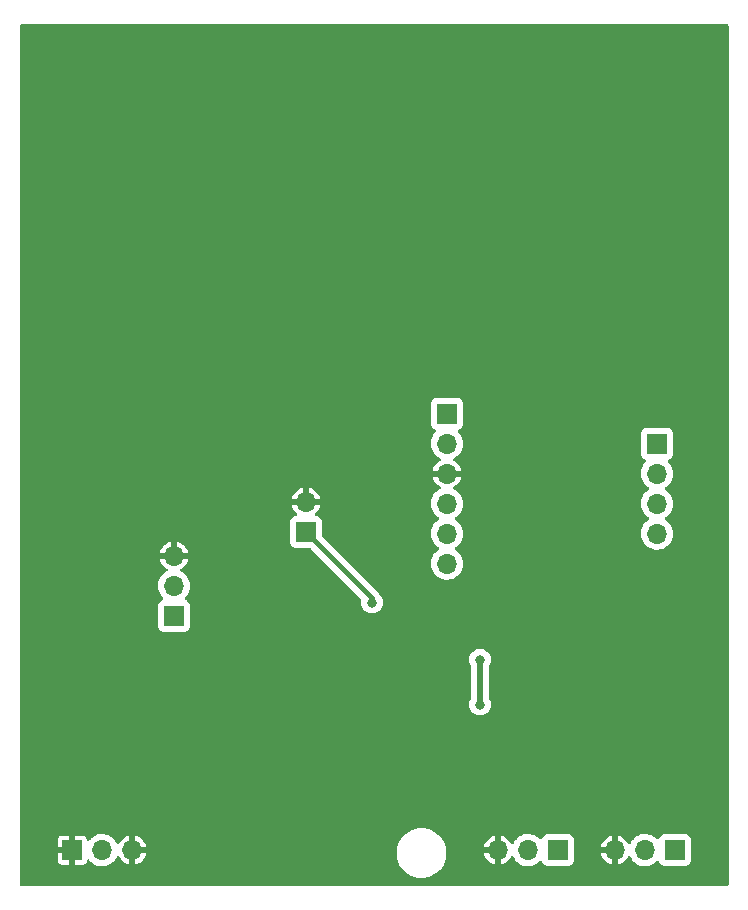
<source format=gbr>
%TF.GenerationSoftware,KiCad,Pcbnew,6.0.7-f9a2dced07~116~ubuntu22.04.1*%
%TF.CreationDate,2022-09-10T20:20:37-04:00*%
%TF.ProjectId,gimbal,67696d62-616c-42e6-9b69-6361645f7063,rev?*%
%TF.SameCoordinates,Original*%
%TF.FileFunction,Copper,L2,Bot*%
%TF.FilePolarity,Positive*%
%FSLAX46Y46*%
G04 Gerber Fmt 4.6, Leading zero omitted, Abs format (unit mm)*
G04 Created by KiCad (PCBNEW 6.0.7-f9a2dced07~116~ubuntu22.04.1) date 2022-09-10 20:20:37*
%MOMM*%
%LPD*%
G01*
G04 APERTURE LIST*
%TA.AperFunction,ComponentPad*%
%ADD10R,1.700000X1.700000*%
%TD*%
%TA.AperFunction,ComponentPad*%
%ADD11O,1.700000X1.700000*%
%TD*%
%TA.AperFunction,ViaPad*%
%ADD12C,0.800000*%
%TD*%
%TA.AperFunction,Conductor*%
%ADD13C,0.508000*%
%TD*%
%TA.AperFunction,Conductor*%
%ADD14C,0.381000*%
%TD*%
G04 APERTURE END LIST*
D10*
%TO.P,J4,1,Pin_1*%
%TO.N,/Servo_X*%
X163703000Y-121920000D03*
D11*
%TO.P,J4,2,Pin_2*%
%TO.N,VCC*%
X161163000Y-121920000D03*
%TO.P,J4,3,Pin_3*%
%TO.N,GND*%
X158623000Y-121920000D03*
%TD*%
%TO.P,J2,3,Pin_3*%
%TO.N,GND*%
X131191000Y-97013000D03*
%TO.P,J2,2,Pin_2*%
%TO.N,+3V3*%
X131191000Y-99553000D03*
D10*
%TO.P,J2,1,Pin_1*%
%TO.N,/UPDI*%
X131191000Y-102093000D03*
%TD*%
D11*
%TO.P,J7,4,Pin_4*%
%TO.N,unconnected-(J7-Pad4)*%
X172085000Y-95123000D03*
%TO.P,J7,3,Pin_3*%
%TO.N,unconnected-(J7-Pad3)*%
X172085000Y-92583000D03*
%TO.P,J7,2,Pin_2*%
%TO.N,unconnected-(J7-Pad2)*%
X172085000Y-90043000D03*
D10*
%TO.P,J7,1,Pin_1*%
%TO.N,unconnected-(J7-Pad1)*%
X172085000Y-87503000D03*
%TD*%
%TO.P,J6,1,Pin_1*%
%TO.N,/Servo_Y*%
X173609000Y-121920000D03*
D11*
%TO.P,J6,2,Pin_2*%
%TO.N,VCC*%
X171069000Y-121920000D03*
%TO.P,J6,3,Pin_3*%
%TO.N,GND*%
X168529000Y-121920000D03*
%TD*%
D10*
%TO.P,J5,1,Pin_1*%
%TO.N,/TX*%
X142367000Y-94996000D03*
D11*
%TO.P,J5,2,Pin_2*%
%TO.N,GND*%
X142367000Y-92456000D03*
%TD*%
%TO.P,J3,6,Pin_6*%
%TO.N,unconnected-(J3-Pad6)*%
X154305000Y-97663000D03*
%TO.P,J3,5,Pin_5*%
%TO.N,/SCL*%
X154305000Y-95123000D03*
%TO.P,J3,4,Pin_4*%
%TO.N,/SDA*%
X154305000Y-92583000D03*
%TO.P,J3,3,Pin_3*%
%TO.N,GND*%
X154305000Y-90043000D03*
%TO.P,J3,2,Pin_2*%
%TO.N,unconnected-(J3-Pad2)*%
X154305000Y-87503000D03*
D10*
%TO.P,J3,1,Pin_1*%
%TO.N,+3V3*%
X154305000Y-84963000D03*
%TD*%
%TO.P,J1,1,Pin_1*%
%TO.N,GND*%
X122570000Y-121920000D03*
D11*
%TO.P,J1,2,Pin_2*%
%TO.N,Net-(J1-Pad2)*%
X125110000Y-121920000D03*
%TO.P,J1,3,Pin_3*%
%TO.N,GND*%
X127650000Y-121920000D03*
%TD*%
D12*
%TO.N,GND*%
X129526000Y-115744000D03*
X145161000Y-109728000D03*
X135890000Y-109601000D03*
%TO.N,+3V3*%
X157099000Y-109601000D03*
X157099000Y-105791000D03*
%TO.N,/TX*%
X147955000Y-100965000D03*
%TD*%
D13*
%TO.N,+3V3*%
X157099000Y-105791000D02*
X157099000Y-109601000D01*
D14*
%TO.N,/TX*%
X147955000Y-100965000D02*
X147955000Y-100584000D01*
X147955000Y-100584000D02*
X142367000Y-94996000D01*
%TD*%
%TA.AperFunction,Conductor*%
%TO.N,GND*%
G36*
X178083621Y-52004502D02*
G01*
X178130114Y-52058158D01*
X178141500Y-52110500D01*
X178141500Y-124841500D01*
X178121498Y-124909621D01*
X178067842Y-124956114D01*
X178015500Y-124967500D01*
X118284500Y-124967500D01*
X118216379Y-124947498D01*
X118169886Y-124893842D01*
X118158500Y-124841500D01*
X118158500Y-122801504D01*
X121339000Y-122801504D01*
X121339670Y-122810664D01*
X121348598Y-122871313D01*
X121354339Y-122889787D01*
X121401335Y-122985507D01*
X121413295Y-123002212D01*
X121488322Y-123077109D01*
X121505050Y-123089041D01*
X121600860Y-123135873D01*
X121619328Y-123141581D01*
X121679364Y-123150340D01*
X121688463Y-123151000D01*
X122297885Y-123151000D01*
X122313124Y-123146525D01*
X122314329Y-123145135D01*
X122316000Y-123137452D01*
X122316000Y-123132885D01*
X122824000Y-123132885D01*
X122828475Y-123148124D01*
X122829865Y-123149329D01*
X122837548Y-123151000D01*
X123451504Y-123151000D01*
X123460664Y-123150330D01*
X123521313Y-123141402D01*
X123539787Y-123135661D01*
X123635507Y-123088665D01*
X123652212Y-123076705D01*
X123727109Y-123001678D01*
X123739041Y-122984950D01*
X123785873Y-122889140D01*
X123791581Y-122870672D01*
X123801000Y-122806110D01*
X123802200Y-122806285D01*
X123825160Y-122744912D01*
X123882037Y-122702421D01*
X123952858Y-122697426D01*
X124015137Y-122731512D01*
X124021191Y-122738023D01*
X124152654Y-122889787D01*
X124156250Y-122893938D01*
X124328126Y-123036632D01*
X124521000Y-123149338D01*
X124525825Y-123151180D01*
X124525826Y-123151181D01*
X124540538Y-123156799D01*
X124729692Y-123229030D01*
X124734760Y-123230061D01*
X124734763Y-123230062D01*
X124842017Y-123251883D01*
X124948597Y-123273567D01*
X124953772Y-123273757D01*
X124953774Y-123273757D01*
X125166673Y-123281564D01*
X125166677Y-123281564D01*
X125171837Y-123281753D01*
X125176957Y-123281097D01*
X125176959Y-123281097D01*
X125388288Y-123254025D01*
X125388289Y-123254025D01*
X125393416Y-123253368D01*
X125398366Y-123251883D01*
X125602429Y-123190661D01*
X125602434Y-123190659D01*
X125607384Y-123189174D01*
X125807994Y-123090896D01*
X125989860Y-122961173D01*
X126148096Y-122803489D01*
X126199817Y-122731512D01*
X126275435Y-122626277D01*
X126278453Y-122622077D01*
X126280746Y-122617438D01*
X126337482Y-122502641D01*
X126385596Y-122450434D01*
X126454297Y-122432527D01*
X126521773Y-122454605D01*
X126564634Y-122505218D01*
X126577528Y-122532870D01*
X126583006Y-122542356D01*
X126700238Y-122709782D01*
X126707292Y-122718189D01*
X126851811Y-122862708D01*
X126860218Y-122869762D01*
X127027644Y-122986994D01*
X127037130Y-122992472D01*
X127222383Y-123078857D01*
X127232675Y-123082603D01*
X127378503Y-123121678D01*
X127392599Y-123121342D01*
X127396000Y-123113400D01*
X127396000Y-123108251D01*
X127904000Y-123108251D01*
X127907973Y-123121782D01*
X127916522Y-123123011D01*
X128067325Y-123082603D01*
X128077617Y-123078857D01*
X128262870Y-122992472D01*
X128272356Y-122986994D01*
X128439782Y-122869762D01*
X128448189Y-122862708D01*
X128592708Y-122718189D01*
X128599762Y-122709782D01*
X128716994Y-122542356D01*
X128722472Y-122532870D01*
X128808857Y-122347617D01*
X128812603Y-122337325D01*
X128820808Y-122306703D01*
X150036743Y-122306703D01*
X150074268Y-122591734D01*
X150150129Y-122869036D01*
X150151813Y-122872984D01*
X150259769Y-123126081D01*
X150262923Y-123133476D01*
X150274693Y-123153142D01*
X150346148Y-123272534D01*
X150410561Y-123380161D01*
X150590313Y-123604528D01*
X150798851Y-123802423D01*
X151032317Y-123970186D01*
X151036112Y-123972195D01*
X151036113Y-123972196D01*
X151057869Y-123983715D01*
X151286392Y-124104712D01*
X151556373Y-124203511D01*
X151837264Y-124264755D01*
X151865841Y-124267004D01*
X152060282Y-124282307D01*
X152060291Y-124282307D01*
X152062739Y-124282500D01*
X152218271Y-124282500D01*
X152220407Y-124282354D01*
X152220418Y-124282354D01*
X152428548Y-124268165D01*
X152428554Y-124268164D01*
X152432825Y-124267873D01*
X152437020Y-124267004D01*
X152437022Y-124267004D01*
X152573584Y-124238723D01*
X152714342Y-124209574D01*
X152985343Y-124113607D01*
X153240812Y-123981750D01*
X153244313Y-123979289D01*
X153244317Y-123979287D01*
X153358417Y-123899096D01*
X153476023Y-123816441D01*
X153686622Y-123620740D01*
X153868713Y-123398268D01*
X154018927Y-123153142D01*
X154024081Y-123141402D01*
X154132757Y-122893830D01*
X154134483Y-122889898D01*
X154213244Y-122613406D01*
X154251071Y-122347617D01*
X154253146Y-122333036D01*
X154253146Y-122333034D01*
X154253751Y-122328784D01*
X154253845Y-122310951D01*
X154254497Y-122186522D01*
X157419989Y-122186522D01*
X157460397Y-122337325D01*
X157464143Y-122347617D01*
X157550528Y-122532870D01*
X157556006Y-122542356D01*
X157673238Y-122709782D01*
X157680292Y-122718189D01*
X157824811Y-122862708D01*
X157833218Y-122869762D01*
X158000644Y-122986994D01*
X158010130Y-122992472D01*
X158195383Y-123078857D01*
X158205675Y-123082603D01*
X158351503Y-123121678D01*
X158365599Y-123121342D01*
X158369000Y-123113400D01*
X158369000Y-123108251D01*
X158877000Y-123108251D01*
X158880973Y-123121782D01*
X158889522Y-123123011D01*
X159040325Y-123082603D01*
X159050617Y-123078857D01*
X159235870Y-122992472D01*
X159245356Y-122986994D01*
X159412782Y-122869762D01*
X159421189Y-122862708D01*
X159565708Y-122718189D01*
X159572762Y-122709782D01*
X159689994Y-122542356D01*
X159695471Y-122532871D01*
X159706974Y-122508202D01*
X159753891Y-122454916D01*
X159822168Y-122435454D01*
X159890128Y-122455995D01*
X159937912Y-122514044D01*
X159944297Y-122529767D01*
X159946266Y-122534616D01*
X159948965Y-122539020D01*
X160053608Y-122709782D01*
X160062987Y-122725088D01*
X160209250Y-122893938D01*
X160381126Y-123036632D01*
X160574000Y-123149338D01*
X160578825Y-123151180D01*
X160578826Y-123151181D01*
X160593538Y-123156799D01*
X160782692Y-123229030D01*
X160787760Y-123230061D01*
X160787763Y-123230062D01*
X160895017Y-123251883D01*
X161001597Y-123273567D01*
X161006772Y-123273757D01*
X161006774Y-123273757D01*
X161219673Y-123281564D01*
X161219677Y-123281564D01*
X161224837Y-123281753D01*
X161229957Y-123281097D01*
X161229959Y-123281097D01*
X161441288Y-123254025D01*
X161441289Y-123254025D01*
X161446416Y-123253368D01*
X161451366Y-123251883D01*
X161655429Y-123190661D01*
X161655434Y-123190659D01*
X161660384Y-123189174D01*
X161860994Y-123090896D01*
X162042860Y-122961173D01*
X162151091Y-122853319D01*
X162213462Y-122819404D01*
X162284268Y-122824592D01*
X162341030Y-122867238D01*
X162358012Y-122898341D01*
X162402385Y-123016705D01*
X162489739Y-123133261D01*
X162606295Y-123220615D01*
X162742684Y-123271745D01*
X162804866Y-123278500D01*
X164601134Y-123278500D01*
X164663316Y-123271745D01*
X164799705Y-123220615D01*
X164916261Y-123133261D01*
X165003615Y-123016705D01*
X165054745Y-122880316D01*
X165061500Y-122818134D01*
X165061500Y-122186522D01*
X167325989Y-122186522D01*
X167366397Y-122337325D01*
X167370143Y-122347617D01*
X167456528Y-122532870D01*
X167462006Y-122542356D01*
X167579238Y-122709782D01*
X167586292Y-122718189D01*
X167730811Y-122862708D01*
X167739218Y-122869762D01*
X167906644Y-122986994D01*
X167916130Y-122992472D01*
X168101383Y-123078857D01*
X168111675Y-123082603D01*
X168257503Y-123121678D01*
X168271599Y-123121342D01*
X168275000Y-123113400D01*
X168275000Y-123108251D01*
X168783000Y-123108251D01*
X168786973Y-123121782D01*
X168795522Y-123123011D01*
X168946325Y-123082603D01*
X168956617Y-123078857D01*
X169141870Y-122992472D01*
X169151356Y-122986994D01*
X169318782Y-122869762D01*
X169327189Y-122862708D01*
X169471708Y-122718189D01*
X169478762Y-122709782D01*
X169595994Y-122542356D01*
X169601471Y-122532871D01*
X169612974Y-122508202D01*
X169659891Y-122454916D01*
X169728168Y-122435454D01*
X169796128Y-122455995D01*
X169843912Y-122514044D01*
X169850297Y-122529767D01*
X169852266Y-122534616D01*
X169854965Y-122539020D01*
X169959608Y-122709782D01*
X169968987Y-122725088D01*
X170115250Y-122893938D01*
X170287126Y-123036632D01*
X170480000Y-123149338D01*
X170484825Y-123151180D01*
X170484826Y-123151181D01*
X170499538Y-123156799D01*
X170688692Y-123229030D01*
X170693760Y-123230061D01*
X170693763Y-123230062D01*
X170801017Y-123251883D01*
X170907597Y-123273567D01*
X170912772Y-123273757D01*
X170912774Y-123273757D01*
X171125673Y-123281564D01*
X171125677Y-123281564D01*
X171130837Y-123281753D01*
X171135957Y-123281097D01*
X171135959Y-123281097D01*
X171347288Y-123254025D01*
X171347289Y-123254025D01*
X171352416Y-123253368D01*
X171357366Y-123251883D01*
X171561429Y-123190661D01*
X171561434Y-123190659D01*
X171566384Y-123189174D01*
X171766994Y-123090896D01*
X171948860Y-122961173D01*
X172057091Y-122853319D01*
X172119462Y-122819404D01*
X172190268Y-122824592D01*
X172247030Y-122867238D01*
X172264012Y-122898341D01*
X172308385Y-123016705D01*
X172395739Y-123133261D01*
X172512295Y-123220615D01*
X172648684Y-123271745D01*
X172710866Y-123278500D01*
X174507134Y-123278500D01*
X174569316Y-123271745D01*
X174705705Y-123220615D01*
X174822261Y-123133261D01*
X174909615Y-123016705D01*
X174960745Y-122880316D01*
X174967500Y-122818134D01*
X174967500Y-121021866D01*
X174960745Y-120959684D01*
X174909615Y-120823295D01*
X174822261Y-120706739D01*
X174705705Y-120619385D01*
X174569316Y-120568255D01*
X174507134Y-120561500D01*
X172710866Y-120561500D01*
X172648684Y-120568255D01*
X172512295Y-120619385D01*
X172395739Y-120706739D01*
X172308385Y-120823295D01*
X172305233Y-120831703D01*
X172263919Y-120941907D01*
X172221277Y-120998671D01*
X172154716Y-121023371D01*
X172085367Y-121008163D01*
X172052743Y-120982476D01*
X172002151Y-120926875D01*
X172002142Y-120926866D01*
X171998670Y-120923051D01*
X171994619Y-120919852D01*
X171994615Y-120919848D01*
X171827414Y-120787800D01*
X171827410Y-120787798D01*
X171823359Y-120784598D01*
X171627789Y-120676638D01*
X171622920Y-120674914D01*
X171622916Y-120674912D01*
X171422087Y-120603795D01*
X171422083Y-120603794D01*
X171417212Y-120602069D01*
X171412119Y-120601162D01*
X171412116Y-120601161D01*
X171202373Y-120563800D01*
X171202367Y-120563799D01*
X171197284Y-120562894D01*
X171123452Y-120561992D01*
X170979081Y-120560228D01*
X170979079Y-120560228D01*
X170973911Y-120560165D01*
X170753091Y-120593955D01*
X170540756Y-120663357D01*
X170490209Y-120689670D01*
X170419268Y-120726600D01*
X170342607Y-120766507D01*
X170338474Y-120769610D01*
X170338471Y-120769612D01*
X170168100Y-120897530D01*
X170163965Y-120900635D01*
X170124525Y-120941907D01*
X170040949Y-121029364D01*
X170009629Y-121062138D01*
X169883743Y-121246680D01*
X169855683Y-121307130D01*
X169842895Y-121334680D01*
X169796071Y-121388047D01*
X169727828Y-121407628D01*
X169659832Y-121387205D01*
X169614413Y-121334881D01*
X169601475Y-121307135D01*
X169595994Y-121297644D01*
X169478762Y-121130218D01*
X169471708Y-121121811D01*
X169327189Y-120977292D01*
X169318782Y-120970238D01*
X169151356Y-120853006D01*
X169141870Y-120847528D01*
X168956617Y-120761143D01*
X168946325Y-120757397D01*
X168800497Y-120718322D01*
X168786401Y-120718658D01*
X168783000Y-120726600D01*
X168783000Y-123108251D01*
X168275000Y-123108251D01*
X168275000Y-122192115D01*
X168270525Y-122176876D01*
X168269135Y-122175671D01*
X168261452Y-122174000D01*
X167340749Y-122174000D01*
X167327218Y-122177973D01*
X167325989Y-122186522D01*
X165061500Y-122186522D01*
X165061500Y-121648503D01*
X167327322Y-121648503D01*
X167327658Y-121662599D01*
X167335600Y-121666000D01*
X168256885Y-121666000D01*
X168272124Y-121661525D01*
X168273329Y-121660135D01*
X168275000Y-121652452D01*
X168275000Y-120731749D01*
X168271027Y-120718218D01*
X168262478Y-120716989D01*
X168111675Y-120757397D01*
X168101383Y-120761143D01*
X167916130Y-120847528D01*
X167906644Y-120853006D01*
X167739218Y-120970238D01*
X167730811Y-120977292D01*
X167586292Y-121121811D01*
X167579238Y-121130218D01*
X167462006Y-121297644D01*
X167456528Y-121307130D01*
X167370143Y-121492383D01*
X167366397Y-121502675D01*
X167327322Y-121648503D01*
X165061500Y-121648503D01*
X165061500Y-121021866D01*
X165054745Y-120959684D01*
X165003615Y-120823295D01*
X164916261Y-120706739D01*
X164799705Y-120619385D01*
X164663316Y-120568255D01*
X164601134Y-120561500D01*
X162804866Y-120561500D01*
X162742684Y-120568255D01*
X162606295Y-120619385D01*
X162489739Y-120706739D01*
X162402385Y-120823295D01*
X162399233Y-120831703D01*
X162357919Y-120941907D01*
X162315277Y-120998671D01*
X162248716Y-121023371D01*
X162179367Y-121008163D01*
X162146743Y-120982476D01*
X162096151Y-120926875D01*
X162096142Y-120926866D01*
X162092670Y-120923051D01*
X162088619Y-120919852D01*
X162088615Y-120919848D01*
X161921414Y-120787800D01*
X161921410Y-120787798D01*
X161917359Y-120784598D01*
X161721789Y-120676638D01*
X161716920Y-120674914D01*
X161716916Y-120674912D01*
X161516087Y-120603795D01*
X161516083Y-120603794D01*
X161511212Y-120602069D01*
X161506119Y-120601162D01*
X161506116Y-120601161D01*
X161296373Y-120563800D01*
X161296367Y-120563799D01*
X161291284Y-120562894D01*
X161217452Y-120561992D01*
X161073081Y-120560228D01*
X161073079Y-120560228D01*
X161067911Y-120560165D01*
X160847091Y-120593955D01*
X160634756Y-120663357D01*
X160584209Y-120689670D01*
X160513268Y-120726600D01*
X160436607Y-120766507D01*
X160432474Y-120769610D01*
X160432471Y-120769612D01*
X160262100Y-120897530D01*
X160257965Y-120900635D01*
X160218525Y-120941907D01*
X160134949Y-121029364D01*
X160103629Y-121062138D01*
X159977743Y-121246680D01*
X159949683Y-121307130D01*
X159936895Y-121334680D01*
X159890071Y-121388047D01*
X159821828Y-121407628D01*
X159753832Y-121387205D01*
X159708413Y-121334881D01*
X159695475Y-121307135D01*
X159689994Y-121297644D01*
X159572762Y-121130218D01*
X159565708Y-121121811D01*
X159421189Y-120977292D01*
X159412782Y-120970238D01*
X159245356Y-120853006D01*
X159235870Y-120847528D01*
X159050617Y-120761143D01*
X159040325Y-120757397D01*
X158894497Y-120718322D01*
X158880401Y-120718658D01*
X158877000Y-120726600D01*
X158877000Y-123108251D01*
X158369000Y-123108251D01*
X158369000Y-122192115D01*
X158364525Y-122176876D01*
X158363135Y-122175671D01*
X158355452Y-122174000D01*
X157434749Y-122174000D01*
X157421218Y-122177973D01*
X157419989Y-122186522D01*
X154254497Y-122186522D01*
X154255235Y-122045583D01*
X154255235Y-122045576D01*
X154255257Y-122041297D01*
X154217732Y-121756266D01*
X154201618Y-121697361D01*
X154188251Y-121648503D01*
X157421322Y-121648503D01*
X157421658Y-121662599D01*
X157429600Y-121666000D01*
X158350885Y-121666000D01*
X158366124Y-121661525D01*
X158367329Y-121660135D01*
X158369000Y-121652452D01*
X158369000Y-120731749D01*
X158365027Y-120718218D01*
X158356478Y-120716989D01*
X158205675Y-120757397D01*
X158195383Y-120761143D01*
X158010130Y-120847528D01*
X158000644Y-120853006D01*
X157833218Y-120970238D01*
X157824811Y-120977292D01*
X157680292Y-121121811D01*
X157673238Y-121130218D01*
X157556006Y-121297644D01*
X157550528Y-121307130D01*
X157464143Y-121492383D01*
X157460397Y-121502675D01*
X157421322Y-121648503D01*
X154188251Y-121648503D01*
X154188082Y-121647885D01*
X154141871Y-121478964D01*
X154102728Y-121387196D01*
X154030763Y-121218476D01*
X154030761Y-121218472D01*
X154029077Y-121214524D01*
X153913774Y-121021866D01*
X153883643Y-120971521D01*
X153883640Y-120971517D01*
X153881439Y-120967839D01*
X153701687Y-120743472D01*
X153576602Y-120624771D01*
X153496258Y-120548527D01*
X153496255Y-120548525D01*
X153493149Y-120545577D01*
X153259683Y-120377814D01*
X153237843Y-120366250D01*
X153214654Y-120353972D01*
X153005608Y-120243288D01*
X152735627Y-120144489D01*
X152454736Y-120083245D01*
X152423685Y-120080801D01*
X152231718Y-120065693D01*
X152231709Y-120065693D01*
X152229261Y-120065500D01*
X152073729Y-120065500D01*
X152071593Y-120065646D01*
X152071582Y-120065646D01*
X151863452Y-120079835D01*
X151863446Y-120079836D01*
X151859175Y-120080127D01*
X151854980Y-120080996D01*
X151854978Y-120080996D01*
X151718417Y-120109276D01*
X151577658Y-120138426D01*
X151306657Y-120234393D01*
X151051188Y-120366250D01*
X151047687Y-120368711D01*
X151047683Y-120368713D01*
X151037594Y-120375804D01*
X150815977Y-120531559D01*
X150773502Y-120571029D01*
X150614635Y-120718658D01*
X150605378Y-120727260D01*
X150423287Y-120949732D01*
X150273073Y-121194858D01*
X150271347Y-121198791D01*
X150271346Y-121198792D01*
X150161379Y-121449305D01*
X150157517Y-121458102D01*
X150078756Y-121734594D01*
X150038249Y-122019216D01*
X150038227Y-122023505D01*
X150038226Y-122023512D01*
X150036765Y-122302417D01*
X150036743Y-122306703D01*
X128820808Y-122306703D01*
X128851678Y-122191497D01*
X128851342Y-122177401D01*
X128843400Y-122174000D01*
X127922115Y-122174000D01*
X127906876Y-122178475D01*
X127905671Y-122179865D01*
X127904000Y-122187548D01*
X127904000Y-123108251D01*
X127396000Y-123108251D01*
X127396000Y-121647885D01*
X127904000Y-121647885D01*
X127908475Y-121663124D01*
X127909865Y-121664329D01*
X127917548Y-121666000D01*
X128838251Y-121666000D01*
X128851782Y-121662027D01*
X128853011Y-121653478D01*
X128812603Y-121502675D01*
X128808857Y-121492383D01*
X128722472Y-121307130D01*
X128716994Y-121297644D01*
X128599762Y-121130218D01*
X128592708Y-121121811D01*
X128448189Y-120977292D01*
X128439782Y-120970238D01*
X128272356Y-120853006D01*
X128262870Y-120847528D01*
X128077617Y-120761143D01*
X128067325Y-120757397D01*
X127921497Y-120718322D01*
X127907401Y-120718658D01*
X127904000Y-120726600D01*
X127904000Y-121647885D01*
X127396000Y-121647885D01*
X127396000Y-120731749D01*
X127392027Y-120718218D01*
X127383478Y-120716989D01*
X127232675Y-120757397D01*
X127222383Y-120761143D01*
X127037130Y-120847528D01*
X127027644Y-120853006D01*
X126860218Y-120970238D01*
X126851811Y-120977292D01*
X126707292Y-121121811D01*
X126700238Y-121130218D01*
X126583006Y-121297644D01*
X126577528Y-121307131D01*
X126565039Y-121333912D01*
X126518121Y-121387196D01*
X126449843Y-121406656D01*
X126381884Y-121386113D01*
X126335297Y-121330904D01*
X126311354Y-121275840D01*
X126211708Y-121121811D01*
X126192822Y-121092617D01*
X126192820Y-121092614D01*
X126190014Y-121088277D01*
X126039670Y-120923051D01*
X126035619Y-120919852D01*
X126035615Y-120919848D01*
X125868414Y-120787800D01*
X125868410Y-120787798D01*
X125864359Y-120784598D01*
X125668789Y-120676638D01*
X125663920Y-120674914D01*
X125663916Y-120674912D01*
X125463087Y-120603795D01*
X125463083Y-120603794D01*
X125458212Y-120602069D01*
X125453119Y-120601162D01*
X125453116Y-120601161D01*
X125243373Y-120563800D01*
X125243367Y-120563799D01*
X125238284Y-120562894D01*
X125164452Y-120561992D01*
X125020081Y-120560228D01*
X125020079Y-120560228D01*
X125014911Y-120560165D01*
X124794091Y-120593955D01*
X124581756Y-120663357D01*
X124531209Y-120689670D01*
X124460268Y-120726600D01*
X124383607Y-120766507D01*
X124379474Y-120769610D01*
X124379471Y-120769612D01*
X124209100Y-120897530D01*
X124204965Y-120900635D01*
X124165525Y-120941907D01*
X124081949Y-121029364D01*
X124050629Y-121062138D01*
X124030153Y-121092155D01*
X123975243Y-121137155D01*
X123904718Y-121145325D01*
X123840971Y-121114070D01*
X123804242Y-121053312D01*
X123800403Y-121030336D01*
X123800330Y-121029339D01*
X123791402Y-120968687D01*
X123785661Y-120950213D01*
X123738665Y-120854493D01*
X123726705Y-120837788D01*
X123651678Y-120762891D01*
X123634950Y-120750959D01*
X123539140Y-120704127D01*
X123520672Y-120698419D01*
X123460636Y-120689660D01*
X123451537Y-120689000D01*
X122842115Y-120689000D01*
X122826876Y-120693475D01*
X122825671Y-120694865D01*
X122824000Y-120702548D01*
X122824000Y-123132885D01*
X122316000Y-123132885D01*
X122316000Y-122192115D01*
X122311525Y-122176876D01*
X122310135Y-122175671D01*
X122302452Y-122174000D01*
X121357115Y-122174000D01*
X121341876Y-122178475D01*
X121340671Y-122179865D01*
X121339000Y-122187548D01*
X121339000Y-122801504D01*
X118158500Y-122801504D01*
X118158500Y-121647885D01*
X121339000Y-121647885D01*
X121343475Y-121663124D01*
X121344865Y-121664329D01*
X121352548Y-121666000D01*
X122297885Y-121666000D01*
X122313124Y-121661525D01*
X122314329Y-121660135D01*
X122316000Y-121652452D01*
X122316000Y-120707115D01*
X122311525Y-120691876D01*
X122310135Y-120690671D01*
X122302452Y-120689000D01*
X121688496Y-120689000D01*
X121679336Y-120689670D01*
X121618687Y-120698598D01*
X121600213Y-120704339D01*
X121504493Y-120751335D01*
X121487788Y-120763295D01*
X121412891Y-120838322D01*
X121400959Y-120855050D01*
X121354127Y-120950860D01*
X121348419Y-120969328D01*
X121339660Y-121029364D01*
X121339000Y-121038463D01*
X121339000Y-121647885D01*
X118158500Y-121647885D01*
X118158500Y-109601000D01*
X156185496Y-109601000D01*
X156205458Y-109790928D01*
X156264473Y-109972556D01*
X156359960Y-110137944D01*
X156487747Y-110279866D01*
X156642248Y-110392118D01*
X156648276Y-110394802D01*
X156648278Y-110394803D01*
X156810681Y-110467109D01*
X156816712Y-110469794D01*
X156910113Y-110489647D01*
X156997056Y-110508128D01*
X156997061Y-110508128D01*
X157003513Y-110509500D01*
X157194487Y-110509500D01*
X157200939Y-110508128D01*
X157200944Y-110508128D01*
X157287887Y-110489647D01*
X157381288Y-110469794D01*
X157387319Y-110467109D01*
X157549722Y-110394803D01*
X157549724Y-110394802D01*
X157555752Y-110392118D01*
X157710253Y-110279866D01*
X157838040Y-110137944D01*
X157933527Y-109972556D01*
X157992542Y-109790928D01*
X158012504Y-109601000D01*
X157992542Y-109411072D01*
X157933527Y-109229444D01*
X157878381Y-109133928D01*
X157861500Y-109070929D01*
X157861500Y-106321071D01*
X157878381Y-106258071D01*
X157930223Y-106168279D01*
X157930224Y-106168278D01*
X157933527Y-106162556D01*
X157992542Y-105980928D01*
X158012504Y-105791000D01*
X157992542Y-105601072D01*
X157933527Y-105419444D01*
X157838040Y-105254056D01*
X157710253Y-105112134D01*
X157555752Y-104999882D01*
X157549724Y-104997198D01*
X157549722Y-104997197D01*
X157387319Y-104924891D01*
X157387318Y-104924891D01*
X157381288Y-104922206D01*
X157287887Y-104902353D01*
X157200944Y-104883872D01*
X157200939Y-104883872D01*
X157194487Y-104882500D01*
X157003513Y-104882500D01*
X156997061Y-104883872D01*
X156997056Y-104883872D01*
X156910113Y-104902353D01*
X156816712Y-104922206D01*
X156810682Y-104924891D01*
X156810681Y-104924891D01*
X156648278Y-104997197D01*
X156648276Y-104997198D01*
X156642248Y-104999882D01*
X156487747Y-105112134D01*
X156359960Y-105254056D01*
X156264473Y-105419444D01*
X156205458Y-105601072D01*
X156185496Y-105791000D01*
X156205458Y-105980928D01*
X156264473Y-106162556D01*
X156267776Y-106168278D01*
X156267777Y-106168279D01*
X156319619Y-106258071D01*
X156336500Y-106321071D01*
X156336500Y-109070929D01*
X156319619Y-109133928D01*
X156264473Y-109229444D01*
X156205458Y-109411072D01*
X156185496Y-109601000D01*
X118158500Y-109601000D01*
X118158500Y-99519695D01*
X129828251Y-99519695D01*
X129828548Y-99524848D01*
X129828548Y-99524851D01*
X129834011Y-99619590D01*
X129841110Y-99742715D01*
X129842247Y-99747761D01*
X129842248Y-99747767D01*
X129862119Y-99835939D01*
X129890222Y-99960639D01*
X129974266Y-100167616D01*
X130090987Y-100358088D01*
X130237250Y-100526938D01*
X130241230Y-100530242D01*
X130245981Y-100534187D01*
X130285616Y-100593090D01*
X130287113Y-100664071D01*
X130249997Y-100724593D01*
X130209724Y-100749112D01*
X130094295Y-100792385D01*
X129977739Y-100879739D01*
X129890385Y-100996295D01*
X129839255Y-101132684D01*
X129832500Y-101194866D01*
X129832500Y-102991134D01*
X129839255Y-103053316D01*
X129890385Y-103189705D01*
X129977739Y-103306261D01*
X130094295Y-103393615D01*
X130230684Y-103444745D01*
X130292866Y-103451500D01*
X132089134Y-103451500D01*
X132151316Y-103444745D01*
X132287705Y-103393615D01*
X132404261Y-103306261D01*
X132491615Y-103189705D01*
X132542745Y-103053316D01*
X132549500Y-102991134D01*
X132549500Y-101194866D01*
X132542745Y-101132684D01*
X132491615Y-100996295D01*
X132404261Y-100879739D01*
X132287705Y-100792385D01*
X132259048Y-100781642D01*
X132169203Y-100747960D01*
X132112439Y-100705318D01*
X132087739Y-100638756D01*
X132102947Y-100569408D01*
X132124493Y-100540727D01*
X132225435Y-100440137D01*
X132229096Y-100436489D01*
X132288594Y-100353689D01*
X132356435Y-100259277D01*
X132359453Y-100255077D01*
X132362762Y-100248383D01*
X132456136Y-100059453D01*
X132456137Y-100059451D01*
X132458430Y-100054811D01*
X132523370Y-99841069D01*
X132552529Y-99619590D01*
X132554156Y-99553000D01*
X132535852Y-99330361D01*
X132481431Y-99113702D01*
X132392354Y-98908840D01*
X132308766Y-98779632D01*
X132273822Y-98725617D01*
X132273820Y-98725614D01*
X132271014Y-98721277D01*
X132120670Y-98556051D01*
X132116619Y-98552852D01*
X132116615Y-98552848D01*
X131949414Y-98420800D01*
X131949410Y-98420798D01*
X131945359Y-98417598D01*
X131908260Y-98397118D01*
X131841813Y-98360438D01*
X131771384Y-98321559D01*
X131721414Y-98271127D01*
X131706642Y-98201685D01*
X131731758Y-98135279D01*
X131779027Y-98097057D01*
X131803865Y-98085475D01*
X131813356Y-98079994D01*
X131980782Y-97962762D01*
X131989189Y-97955708D01*
X132133708Y-97811189D01*
X132140762Y-97802782D01*
X132257994Y-97635356D01*
X132263472Y-97625870D01*
X132349857Y-97440617D01*
X132353603Y-97430325D01*
X132392678Y-97284497D01*
X132392342Y-97270401D01*
X132384400Y-97267000D01*
X130002749Y-97267000D01*
X129989218Y-97270973D01*
X129987989Y-97279522D01*
X130028397Y-97430325D01*
X130032143Y-97440617D01*
X130118528Y-97625870D01*
X130124006Y-97635356D01*
X130241238Y-97802782D01*
X130248292Y-97811189D01*
X130392811Y-97955708D01*
X130401218Y-97962762D01*
X130568644Y-98079994D01*
X130578130Y-98085472D01*
X130604896Y-98097953D01*
X130658181Y-98144871D01*
X130677642Y-98213148D01*
X130657100Y-98281108D01*
X130609827Y-98323910D01*
X130464607Y-98399507D01*
X130460474Y-98402610D01*
X130460471Y-98402612D01*
X130290100Y-98530530D01*
X130285965Y-98533635D01*
X130131629Y-98695138D01*
X130128715Y-98699410D01*
X130128714Y-98699411D01*
X130116404Y-98717457D01*
X130005743Y-98879680D01*
X129990003Y-98913590D01*
X129938403Y-99024753D01*
X129911688Y-99082305D01*
X129851989Y-99297570D01*
X129828251Y-99519695D01*
X118158500Y-99519695D01*
X118158500Y-96741503D01*
X129989322Y-96741503D01*
X129989658Y-96755599D01*
X129997600Y-96759000D01*
X130918885Y-96759000D01*
X130934124Y-96754525D01*
X130935329Y-96753135D01*
X130937000Y-96745452D01*
X130937000Y-96740885D01*
X131445000Y-96740885D01*
X131449475Y-96756124D01*
X131450865Y-96757329D01*
X131458548Y-96759000D01*
X132379251Y-96759000D01*
X132392782Y-96755027D01*
X132394011Y-96746478D01*
X132353603Y-96595675D01*
X132349857Y-96585383D01*
X132263472Y-96400130D01*
X132257994Y-96390644D01*
X132140762Y-96223218D01*
X132133708Y-96214811D01*
X131989189Y-96070292D01*
X131980782Y-96063238D01*
X131813356Y-95946006D01*
X131803870Y-95940528D01*
X131704378Y-95894134D01*
X141008500Y-95894134D01*
X141015255Y-95956316D01*
X141066385Y-96092705D01*
X141153739Y-96209261D01*
X141270295Y-96296615D01*
X141406684Y-96347745D01*
X141468866Y-96354500D01*
X142684775Y-96354500D01*
X142752896Y-96374502D01*
X142773870Y-96391405D01*
X147030507Y-100648042D01*
X147064533Y-100710354D01*
X147064659Y-100763334D01*
X147063499Y-100768790D01*
X147061458Y-100775072D01*
X147060768Y-100781635D01*
X147060767Y-100781642D01*
X147042186Y-100958435D01*
X147041496Y-100965000D01*
X147061458Y-101154928D01*
X147120473Y-101336556D01*
X147215960Y-101501944D01*
X147343747Y-101643866D01*
X147498248Y-101756118D01*
X147504276Y-101758802D01*
X147504278Y-101758803D01*
X147666681Y-101831109D01*
X147672712Y-101833794D01*
X147766112Y-101853647D01*
X147853056Y-101872128D01*
X147853061Y-101872128D01*
X147859513Y-101873500D01*
X148050487Y-101873500D01*
X148056939Y-101872128D01*
X148056944Y-101872128D01*
X148143887Y-101853647D01*
X148237288Y-101833794D01*
X148243319Y-101831109D01*
X148405722Y-101758803D01*
X148405724Y-101758802D01*
X148411752Y-101756118D01*
X148566253Y-101643866D01*
X148694040Y-101501944D01*
X148789527Y-101336556D01*
X148848542Y-101154928D01*
X148868504Y-100965000D01*
X148867814Y-100958435D01*
X148849232Y-100781635D01*
X148849232Y-100781633D01*
X148848542Y-100775072D01*
X148789527Y-100593444D01*
X148694040Y-100428056D01*
X148689620Y-100423147D01*
X148689617Y-100423143D01*
X148622548Y-100348655D01*
X148598319Y-100308884D01*
X148581693Y-100264885D01*
X148581688Y-100264875D01*
X148579006Y-100257778D01*
X148574709Y-100251526D01*
X148573066Y-100248383D01*
X148565971Y-100235635D01*
X148564130Y-100232523D01*
X148561077Y-100225567D01*
X148522732Y-100175593D01*
X148518861Y-100170266D01*
X148487481Y-100124607D01*
X148487480Y-100124605D01*
X148483179Y-100118348D01*
X148437320Y-100077489D01*
X148432045Y-100072509D01*
X146162318Y-97802782D01*
X145989231Y-97629695D01*
X152942251Y-97629695D01*
X152942548Y-97634848D01*
X152942548Y-97634851D01*
X152948011Y-97729590D01*
X152955110Y-97852715D01*
X152956247Y-97857761D01*
X152956248Y-97857767D01*
X152976119Y-97945939D01*
X153004222Y-98070639D01*
X153088266Y-98277616D01*
X153107889Y-98309638D01*
X153172517Y-98415101D01*
X153204987Y-98468088D01*
X153351250Y-98636938D01*
X153523126Y-98779632D01*
X153716000Y-98892338D01*
X153924692Y-98972030D01*
X153929760Y-98973061D01*
X153929763Y-98973062D01*
X154037017Y-98994883D01*
X154143597Y-99016567D01*
X154148772Y-99016757D01*
X154148774Y-99016757D01*
X154361673Y-99024564D01*
X154361677Y-99024564D01*
X154366837Y-99024753D01*
X154371957Y-99024097D01*
X154371959Y-99024097D01*
X154583288Y-98997025D01*
X154583289Y-98997025D01*
X154588416Y-98996368D01*
X154593366Y-98994883D01*
X154797429Y-98933661D01*
X154797434Y-98933659D01*
X154802384Y-98932174D01*
X155002994Y-98833896D01*
X155184860Y-98704173D01*
X155343096Y-98546489D01*
X155349647Y-98537373D01*
X155470435Y-98369277D01*
X155473453Y-98365077D01*
X155493799Y-98323911D01*
X155570136Y-98169453D01*
X155570137Y-98169451D01*
X155572430Y-98164811D01*
X155604900Y-98057940D01*
X155635865Y-97956023D01*
X155635865Y-97956021D01*
X155637370Y-97951069D01*
X155666529Y-97729590D01*
X155668156Y-97663000D01*
X155649852Y-97440361D01*
X155595431Y-97223702D01*
X155506354Y-97018840D01*
X155385014Y-96831277D01*
X155234670Y-96666051D01*
X155230619Y-96662852D01*
X155230615Y-96662848D01*
X155063414Y-96530800D01*
X155063410Y-96530798D01*
X155059359Y-96527598D01*
X155018053Y-96504796D01*
X154968084Y-96454364D01*
X154953312Y-96384921D01*
X154978428Y-96318516D01*
X155005780Y-96291909D01*
X155049603Y-96260650D01*
X155184860Y-96164173D01*
X155343096Y-96006489D01*
X155402594Y-95923689D01*
X155470435Y-95829277D01*
X155473453Y-95825077D01*
X155572430Y-95624811D01*
X155637370Y-95411069D01*
X155666529Y-95189590D01*
X155668156Y-95123000D01*
X155665418Y-95089695D01*
X170722251Y-95089695D01*
X170722548Y-95094848D01*
X170722548Y-95094851D01*
X170728011Y-95189590D01*
X170735110Y-95312715D01*
X170736247Y-95317761D01*
X170736248Y-95317767D01*
X170756119Y-95405939D01*
X170784222Y-95530639D01*
X170868266Y-95737616D01*
X170870965Y-95742020D01*
X170966262Y-95897531D01*
X170984987Y-95928088D01*
X171131250Y-96096938D01*
X171303126Y-96239632D01*
X171496000Y-96352338D01*
X171500825Y-96354180D01*
X171500826Y-96354181D01*
X171573612Y-96381975D01*
X171704692Y-96432030D01*
X171709760Y-96433061D01*
X171709763Y-96433062D01*
X171814466Y-96454364D01*
X171923597Y-96476567D01*
X171928772Y-96476757D01*
X171928774Y-96476757D01*
X172141673Y-96484564D01*
X172141677Y-96484564D01*
X172146837Y-96484753D01*
X172151957Y-96484097D01*
X172151959Y-96484097D01*
X172363288Y-96457025D01*
X172363289Y-96457025D01*
X172368416Y-96456368D01*
X172375096Y-96454364D01*
X172577429Y-96393661D01*
X172577434Y-96393659D01*
X172582384Y-96392174D01*
X172782994Y-96293896D01*
X172964860Y-96164173D01*
X173123096Y-96006489D01*
X173182594Y-95923689D01*
X173250435Y-95829277D01*
X173253453Y-95825077D01*
X173352430Y-95624811D01*
X173417370Y-95411069D01*
X173446529Y-95189590D01*
X173448156Y-95123000D01*
X173429852Y-94900361D01*
X173375431Y-94683702D01*
X173286354Y-94478840D01*
X173165014Y-94291277D01*
X173014670Y-94126051D01*
X173010619Y-94122852D01*
X173010615Y-94122848D01*
X172843414Y-93990800D01*
X172843410Y-93990798D01*
X172839359Y-93987598D01*
X172798053Y-93964796D01*
X172748084Y-93914364D01*
X172733312Y-93844921D01*
X172758428Y-93778516D01*
X172785780Y-93751909D01*
X172829603Y-93720650D01*
X172964860Y-93624173D01*
X172971559Y-93617498D01*
X173119435Y-93470137D01*
X173123096Y-93466489D01*
X173166736Y-93405758D01*
X173250435Y-93289277D01*
X173253453Y-93285077D01*
X173352430Y-93084811D01*
X173417370Y-92871069D01*
X173446529Y-92649590D01*
X173448156Y-92583000D01*
X173429852Y-92360361D01*
X173375431Y-92143702D01*
X173286354Y-91938840D01*
X173165014Y-91751277D01*
X173014670Y-91586051D01*
X173010619Y-91582852D01*
X173010615Y-91582848D01*
X172843414Y-91450800D01*
X172843410Y-91450798D01*
X172839359Y-91447598D01*
X172798053Y-91424796D01*
X172748084Y-91374364D01*
X172733312Y-91304921D01*
X172758428Y-91238516D01*
X172785780Y-91211909D01*
X172851153Y-91165279D01*
X172964860Y-91084173D01*
X173123096Y-90926489D01*
X173182594Y-90843689D01*
X173250435Y-90749277D01*
X173253453Y-90745077D01*
X173292854Y-90665356D01*
X173350136Y-90549453D01*
X173350137Y-90549451D01*
X173352430Y-90544811D01*
X173417370Y-90331069D01*
X173446529Y-90109590D01*
X173448156Y-90043000D01*
X173429852Y-89820361D01*
X173375431Y-89603702D01*
X173286354Y-89398840D01*
X173165014Y-89211277D01*
X173161532Y-89207450D01*
X173017798Y-89049488D01*
X172986746Y-88985642D01*
X172995141Y-88915143D01*
X173040317Y-88860375D01*
X173066761Y-88846706D01*
X173173297Y-88806767D01*
X173181705Y-88803615D01*
X173298261Y-88716261D01*
X173385615Y-88599705D01*
X173436745Y-88463316D01*
X173443500Y-88401134D01*
X173443500Y-86604866D01*
X173436745Y-86542684D01*
X173385615Y-86406295D01*
X173298261Y-86289739D01*
X173181705Y-86202385D01*
X173045316Y-86151255D01*
X172983134Y-86144500D01*
X171186866Y-86144500D01*
X171124684Y-86151255D01*
X170988295Y-86202385D01*
X170871739Y-86289739D01*
X170784385Y-86406295D01*
X170733255Y-86542684D01*
X170726500Y-86604866D01*
X170726500Y-88401134D01*
X170733255Y-88463316D01*
X170784385Y-88599705D01*
X170871739Y-88716261D01*
X170988295Y-88803615D01*
X170996704Y-88806767D01*
X170996705Y-88806768D01*
X171105451Y-88847535D01*
X171162216Y-88890176D01*
X171186916Y-88956738D01*
X171171709Y-89026087D01*
X171152316Y-89052568D01*
X171025629Y-89185138D01*
X170899743Y-89369680D01*
X170805688Y-89572305D01*
X170745989Y-89787570D01*
X170722251Y-90009695D01*
X170722548Y-90014848D01*
X170722548Y-90014851D01*
X170728011Y-90109590D01*
X170735110Y-90232715D01*
X170736247Y-90237761D01*
X170736248Y-90237767D01*
X170756119Y-90325939D01*
X170784222Y-90450639D01*
X170868266Y-90657616D01*
X170870965Y-90662020D01*
X170975608Y-90832782D01*
X170984987Y-90848088D01*
X171131250Y-91016938D01*
X171303126Y-91159632D01*
X171312790Y-91165279D01*
X171376445Y-91202476D01*
X171425169Y-91254114D01*
X171438240Y-91323897D01*
X171411509Y-91389669D01*
X171371055Y-91423027D01*
X171358607Y-91429507D01*
X171354474Y-91432610D01*
X171354471Y-91432612D01*
X171184100Y-91560530D01*
X171179965Y-91563635D01*
X171025629Y-91725138D01*
X170899743Y-91909680D01*
X170805688Y-92112305D01*
X170745989Y-92327570D01*
X170722251Y-92549695D01*
X170722548Y-92554848D01*
X170722548Y-92554851D01*
X170728011Y-92649590D01*
X170735110Y-92772715D01*
X170736247Y-92777761D01*
X170736248Y-92777767D01*
X170756119Y-92865939D01*
X170784222Y-92990639D01*
X170868266Y-93197616D01*
X170984987Y-93388088D01*
X171131250Y-93556938D01*
X171303126Y-93699632D01*
X171373595Y-93740811D01*
X171376445Y-93742476D01*
X171425169Y-93794114D01*
X171438240Y-93863897D01*
X171411509Y-93929669D01*
X171371055Y-93963027D01*
X171358607Y-93969507D01*
X171354474Y-93972610D01*
X171354471Y-93972612D01*
X171184100Y-94100530D01*
X171179965Y-94103635D01*
X171025629Y-94265138D01*
X170899743Y-94449680D01*
X170805688Y-94652305D01*
X170745989Y-94867570D01*
X170722251Y-95089695D01*
X155665418Y-95089695D01*
X155649852Y-94900361D01*
X155595431Y-94683702D01*
X155506354Y-94478840D01*
X155385014Y-94291277D01*
X155234670Y-94126051D01*
X155230619Y-94122852D01*
X155230615Y-94122848D01*
X155063414Y-93990800D01*
X155063410Y-93990798D01*
X155059359Y-93987598D01*
X155018053Y-93964796D01*
X154968084Y-93914364D01*
X154953312Y-93844921D01*
X154978428Y-93778516D01*
X155005780Y-93751909D01*
X155049603Y-93720650D01*
X155184860Y-93624173D01*
X155191559Y-93617498D01*
X155339435Y-93470137D01*
X155343096Y-93466489D01*
X155386736Y-93405758D01*
X155470435Y-93289277D01*
X155473453Y-93285077D01*
X155572430Y-93084811D01*
X155637370Y-92871069D01*
X155666529Y-92649590D01*
X155668156Y-92583000D01*
X155649852Y-92360361D01*
X155595431Y-92143702D01*
X155506354Y-91938840D01*
X155385014Y-91751277D01*
X155234670Y-91586051D01*
X155230619Y-91582852D01*
X155230615Y-91582848D01*
X155063414Y-91450800D01*
X155063410Y-91450798D01*
X155059359Y-91447598D01*
X155022260Y-91427118D01*
X154926695Y-91374364D01*
X154885384Y-91351559D01*
X154835414Y-91301127D01*
X154820642Y-91231685D01*
X154845758Y-91165279D01*
X154893027Y-91127057D01*
X154917865Y-91115475D01*
X154927356Y-91109994D01*
X155094782Y-90992762D01*
X155103189Y-90985708D01*
X155247708Y-90841189D01*
X155254762Y-90832782D01*
X155371994Y-90665356D01*
X155377472Y-90655870D01*
X155463857Y-90470617D01*
X155467603Y-90460325D01*
X155506678Y-90314497D01*
X155506342Y-90300401D01*
X155498400Y-90297000D01*
X153116749Y-90297000D01*
X153103218Y-90300973D01*
X153101989Y-90309522D01*
X153142397Y-90460325D01*
X153146143Y-90470617D01*
X153232528Y-90655870D01*
X153238006Y-90665356D01*
X153355238Y-90832782D01*
X153362292Y-90841189D01*
X153506811Y-90985708D01*
X153515218Y-90992762D01*
X153682644Y-91109994D01*
X153692130Y-91115472D01*
X153718896Y-91127953D01*
X153772181Y-91174871D01*
X153791642Y-91243148D01*
X153771100Y-91311108D01*
X153723827Y-91353910D01*
X153578607Y-91429507D01*
X153574474Y-91432610D01*
X153574471Y-91432612D01*
X153404100Y-91560530D01*
X153399965Y-91563635D01*
X153245629Y-91725138D01*
X153119743Y-91909680D01*
X153025688Y-92112305D01*
X152965989Y-92327570D01*
X152942251Y-92549695D01*
X152942548Y-92554848D01*
X152942548Y-92554851D01*
X152948011Y-92649590D01*
X152955110Y-92772715D01*
X152956247Y-92777761D01*
X152956248Y-92777767D01*
X152976119Y-92865939D01*
X153004222Y-92990639D01*
X153088266Y-93197616D01*
X153204987Y-93388088D01*
X153351250Y-93556938D01*
X153523126Y-93699632D01*
X153593595Y-93740811D01*
X153596445Y-93742476D01*
X153645169Y-93794114D01*
X153658240Y-93863897D01*
X153631509Y-93929669D01*
X153591055Y-93963027D01*
X153578607Y-93969507D01*
X153574474Y-93972610D01*
X153574471Y-93972612D01*
X153404100Y-94100530D01*
X153399965Y-94103635D01*
X153245629Y-94265138D01*
X153119743Y-94449680D01*
X153025688Y-94652305D01*
X152965989Y-94867570D01*
X152942251Y-95089695D01*
X152942548Y-95094848D01*
X152942548Y-95094851D01*
X152948011Y-95189590D01*
X152955110Y-95312715D01*
X152956247Y-95317761D01*
X152956248Y-95317767D01*
X152976119Y-95405939D01*
X153004222Y-95530639D01*
X153088266Y-95737616D01*
X153090965Y-95742020D01*
X153186262Y-95897531D01*
X153204987Y-95928088D01*
X153351250Y-96096938D01*
X153523126Y-96239632D01*
X153593595Y-96280811D01*
X153596445Y-96282476D01*
X153645169Y-96334114D01*
X153658240Y-96403897D01*
X153631509Y-96469669D01*
X153591055Y-96503027D01*
X153578607Y-96509507D01*
X153574474Y-96512610D01*
X153574471Y-96512612D01*
X153404100Y-96640530D01*
X153399965Y-96643635D01*
X153396393Y-96647373D01*
X153289720Y-96759000D01*
X153245629Y-96805138D01*
X153119743Y-96989680D01*
X153025688Y-97192305D01*
X152965989Y-97407570D01*
X152942251Y-97629695D01*
X145989231Y-97629695D01*
X143762405Y-95402870D01*
X143728379Y-95340558D01*
X143725500Y-95313775D01*
X143725500Y-94097866D01*
X143718745Y-94035684D01*
X143667615Y-93899295D01*
X143580261Y-93782739D01*
X143463705Y-93695385D01*
X143327316Y-93644255D01*
X143265134Y-93637500D01*
X143225446Y-93637500D01*
X143157325Y-93617498D01*
X143110832Y-93563842D01*
X143100728Y-93493568D01*
X143130222Y-93428988D01*
X143153178Y-93408285D01*
X143156788Y-93405758D01*
X143165189Y-93398708D01*
X143309708Y-93254189D01*
X143316762Y-93245782D01*
X143433994Y-93078356D01*
X143439472Y-93068870D01*
X143525857Y-92883617D01*
X143529603Y-92873325D01*
X143568678Y-92727497D01*
X143568342Y-92713401D01*
X143560400Y-92710000D01*
X141178749Y-92710000D01*
X141165218Y-92713973D01*
X141163989Y-92722522D01*
X141204397Y-92873325D01*
X141208143Y-92883617D01*
X141294528Y-93068870D01*
X141300006Y-93078356D01*
X141417238Y-93245782D01*
X141424292Y-93254189D01*
X141568811Y-93398708D01*
X141577212Y-93405758D01*
X141580822Y-93408285D01*
X141625152Y-93463741D01*
X141632463Y-93534360D01*
X141600433Y-93597722D01*
X141539233Y-93633708D01*
X141508554Y-93637500D01*
X141468866Y-93637500D01*
X141406684Y-93644255D01*
X141270295Y-93695385D01*
X141153739Y-93782739D01*
X141066385Y-93899295D01*
X141015255Y-94035684D01*
X141008500Y-94097866D01*
X141008500Y-95894134D01*
X131704378Y-95894134D01*
X131618617Y-95854143D01*
X131608325Y-95850397D01*
X131462497Y-95811322D01*
X131448401Y-95811658D01*
X131445000Y-95819600D01*
X131445000Y-96740885D01*
X130937000Y-96740885D01*
X130937000Y-95824749D01*
X130933027Y-95811218D01*
X130924478Y-95809989D01*
X130773675Y-95850397D01*
X130763383Y-95854143D01*
X130578130Y-95940528D01*
X130568644Y-95946006D01*
X130401218Y-96063238D01*
X130392811Y-96070292D01*
X130248292Y-96214811D01*
X130241238Y-96223218D01*
X130124006Y-96390644D01*
X130118528Y-96400130D01*
X130032143Y-96585383D01*
X130028397Y-96595675D01*
X129989322Y-96741503D01*
X118158500Y-96741503D01*
X118158500Y-92184503D01*
X141165322Y-92184503D01*
X141165658Y-92198599D01*
X141173600Y-92202000D01*
X142094885Y-92202000D01*
X142110124Y-92197525D01*
X142111329Y-92196135D01*
X142113000Y-92188452D01*
X142113000Y-92183885D01*
X142621000Y-92183885D01*
X142625475Y-92199124D01*
X142626865Y-92200329D01*
X142634548Y-92202000D01*
X143555251Y-92202000D01*
X143568782Y-92198027D01*
X143570011Y-92189478D01*
X143529603Y-92038675D01*
X143525857Y-92028383D01*
X143439472Y-91843130D01*
X143433994Y-91833644D01*
X143316762Y-91666218D01*
X143309708Y-91657811D01*
X143165189Y-91513292D01*
X143156782Y-91506238D01*
X142989356Y-91389006D01*
X142979870Y-91383528D01*
X142794617Y-91297143D01*
X142784325Y-91293397D01*
X142638497Y-91254322D01*
X142624401Y-91254658D01*
X142621000Y-91262600D01*
X142621000Y-92183885D01*
X142113000Y-92183885D01*
X142113000Y-91267749D01*
X142109027Y-91254218D01*
X142100478Y-91252989D01*
X141949675Y-91293397D01*
X141939383Y-91297143D01*
X141754130Y-91383528D01*
X141744644Y-91389006D01*
X141577218Y-91506238D01*
X141568811Y-91513292D01*
X141424292Y-91657811D01*
X141417238Y-91666218D01*
X141300006Y-91833644D01*
X141294528Y-91843130D01*
X141208143Y-92028383D01*
X141204397Y-92038675D01*
X141165322Y-92184503D01*
X118158500Y-92184503D01*
X118158500Y-87469695D01*
X152942251Y-87469695D01*
X152942548Y-87474848D01*
X152942548Y-87474851D01*
X152948011Y-87569590D01*
X152955110Y-87692715D01*
X152956247Y-87697761D01*
X152956248Y-87697767D01*
X152976119Y-87785939D01*
X153004222Y-87910639D01*
X153088266Y-88117616D01*
X153204987Y-88308088D01*
X153351250Y-88476938D01*
X153523126Y-88619632D01*
X153716000Y-88732338D01*
X153717133Y-88732770D01*
X153769068Y-88779476D01*
X153787811Y-88847953D01*
X153766556Y-88915694D01*
X153715081Y-88959826D01*
X153692134Y-88970526D01*
X153682644Y-88976006D01*
X153515218Y-89093238D01*
X153506811Y-89100292D01*
X153362292Y-89244811D01*
X153355238Y-89253218D01*
X153238006Y-89420644D01*
X153232528Y-89430130D01*
X153146143Y-89615383D01*
X153142397Y-89625675D01*
X153103322Y-89771503D01*
X153103658Y-89785599D01*
X153111600Y-89789000D01*
X155493251Y-89789000D01*
X155506782Y-89785027D01*
X155508011Y-89776478D01*
X155467603Y-89625675D01*
X155463857Y-89615383D01*
X155377472Y-89430130D01*
X155371994Y-89420644D01*
X155254762Y-89253218D01*
X155247708Y-89244811D01*
X155103189Y-89100292D01*
X155094782Y-89093238D01*
X154927356Y-88976006D01*
X154917866Y-88970526D01*
X154890141Y-88957598D01*
X154836856Y-88910682D01*
X154817394Y-88842405D01*
X154837935Y-88774445D01*
X154887957Y-88730252D01*
X154889019Y-88729732D01*
X155002994Y-88673896D01*
X155184860Y-88544173D01*
X155343096Y-88386489D01*
X155402594Y-88303689D01*
X155470435Y-88209277D01*
X155473453Y-88205077D01*
X155572430Y-88004811D01*
X155637370Y-87791069D01*
X155666529Y-87569590D01*
X155668156Y-87503000D01*
X155649852Y-87280361D01*
X155595431Y-87063702D01*
X155506354Y-86858840D01*
X155385014Y-86671277D01*
X155381532Y-86667450D01*
X155237798Y-86509488D01*
X155206746Y-86445642D01*
X155215141Y-86375143D01*
X155260317Y-86320375D01*
X155286761Y-86306706D01*
X155393297Y-86266767D01*
X155401705Y-86263615D01*
X155518261Y-86176261D01*
X155605615Y-86059705D01*
X155656745Y-85923316D01*
X155663500Y-85861134D01*
X155663500Y-84064866D01*
X155656745Y-84002684D01*
X155605615Y-83866295D01*
X155518261Y-83749739D01*
X155401705Y-83662385D01*
X155265316Y-83611255D01*
X155203134Y-83604500D01*
X153406866Y-83604500D01*
X153344684Y-83611255D01*
X153208295Y-83662385D01*
X153091739Y-83749739D01*
X153004385Y-83866295D01*
X152953255Y-84002684D01*
X152946500Y-84064866D01*
X152946500Y-85861134D01*
X152953255Y-85923316D01*
X153004385Y-86059705D01*
X153091739Y-86176261D01*
X153208295Y-86263615D01*
X153216704Y-86266767D01*
X153216705Y-86266768D01*
X153325451Y-86307535D01*
X153382216Y-86350176D01*
X153406916Y-86416738D01*
X153391709Y-86486087D01*
X153372316Y-86512568D01*
X153245629Y-86645138D01*
X153119743Y-86829680D01*
X153025688Y-87032305D01*
X152965989Y-87247570D01*
X152942251Y-87469695D01*
X118158500Y-87469695D01*
X118158500Y-52110500D01*
X118178502Y-52042379D01*
X118232158Y-51995886D01*
X118284500Y-51984500D01*
X178015500Y-51984500D01*
X178083621Y-52004502D01*
G37*
%TD.AperFunction*%
%TD*%
M02*

</source>
